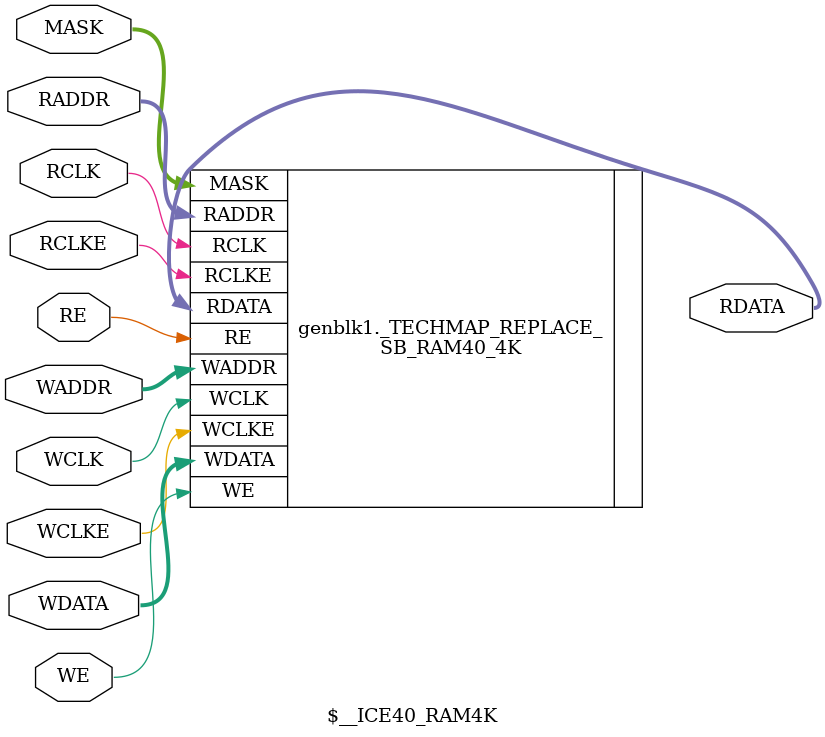
<source format=v>
module \$__ICE40_RAM4K (
	output [15:0] RDATA,
	input         RCLK, RCLKE, RE,
	input  [10:0] RADDR,
	input         WCLK, WCLKE, WE,
	input  [10:0] WADDR,
	input  [15:0] MASK, WDATA
);
	parameter [1:0] READ_MODE = 0;
	parameter [1:0] WRITE_MODE = 0;
	parameter [0:0] NEGCLK_R = 0;
	parameter [0:0] NEGCLK_W = 0;
	parameter [255:0] INIT_0 = 256'h0000000000000000000000000000000000000000000000000000000000000000;
	parameter [255:0] INIT_1 = 256'h0000000000000000000000000000000000000000000000000000000000000000;
	parameter [255:0] INIT_2 = 256'h0000000000000000000000000000000000000000000000000000000000000000;
	parameter [255:0] INIT_3 = 256'h0000000000000000000000000000000000000000000000000000000000000000;
	parameter [255:0] INIT_4 = 256'h0000000000000000000000000000000000000000000000000000000000000000;
	parameter [255:0] INIT_5 = 256'h0000000000000000000000000000000000000000000000000000000000000000;
	parameter [255:0] INIT_6 = 256'h0000000000000000000000000000000000000000000000000000000000000000;
	parameter [255:0] INIT_7 = 256'h0000000000000000000000000000000000000000000000000000000000000000;
	parameter [255:0] INIT_8 = 256'h0000000000000000000000000000000000000000000000000000000000000000;
	parameter [255:0] INIT_9 = 256'h0000000000000000000000000000000000000000000000000000000000000000;
	parameter [255:0] INIT_A = 256'h0000000000000000000000000000000000000000000000000000000000000000;
	parameter [255:0] INIT_B = 256'h0000000000000000000000000000000000000000000000000000000000000000;
	parameter [255:0] INIT_C = 256'h0000000000000000000000000000000000000000000000000000000000000000;
	parameter [255:0] INIT_D = 256'h0000000000000000000000000000000000000000000000000000000000000000;
	parameter [255:0] INIT_E = 256'h0000000000000000000000000000000000000000000000000000000000000000;
	parameter [255:0] INIT_F = 256'h0000000000000000000000000000000000000000000000000000000000000000;
	generate
		case ({NEGCLK_R, NEGCLK_W})
			2'b00:
				SB_RAM40_4K #(
					.READ_MODE(READ_MODE),
					.WRITE_MODE(WRITE_MODE),
					.INIT_0(INIT_0),
					.INIT_1(INIT_1),
					.INIT_2(INIT_2),
					.INIT_3(INIT_3),
					.INIT_4(INIT_4),
					.INIT_5(INIT_5),
					.INIT_6(INIT_6),
					.INIT_7(INIT_7),
					.INIT_8(INIT_8),
					.INIT_9(INIT_9),
					.INIT_A(INIT_A),
					.INIT_B(INIT_B),
					.INIT_C(INIT_C),
					.INIT_D(INIT_D),
					.INIT_E(INIT_E),
					.INIT_F(INIT_F)
				) _TECHMAP_REPLACE_ (
					.RDATA(RDATA),
					.RCLK (RCLK ),
					.RCLKE(RCLKE),
					.RE   (RE   ),
					.RADDR(RADDR),
					.WCLK (WCLK ),
					.WCLKE(WCLKE),
					.WE   (WE   ),
					.WADDR(WADDR),
					.MASK (MASK ),
					.WDATA(WDATA)
				);
			2'b01:
				SB_RAM40_4KNW #(
					.READ_MODE(READ_MODE),
					.WRITE_MODE(WRITE_MODE),
					.INIT_0(INIT_0),
					.INIT_1(INIT_1),
					.INIT_2(INIT_2),
					.INIT_3(INIT_3),
					.INIT_4(INIT_4),
					.INIT_5(INIT_5),
					.INIT_6(INIT_6),
					.INIT_7(INIT_7),
					.INIT_8(INIT_8),
					.INIT_9(INIT_9),
					.INIT_A(INIT_A),
					.INIT_B(INIT_B),
					.INIT_C(INIT_C),
					.INIT_D(INIT_D),
					.INIT_E(INIT_E),
					.INIT_F(INIT_F)
				) _TECHMAP_REPLACE_ (
					.RDATA(RDATA),
					.RCLK (RCLK ),
					.RCLKE(RCLKE),
					.RE   (RE   ),
					.RADDR(RADDR),
					.WCLKN(WCLK ),
					.WCLKE(WCLKE),
					.WE   (WE   ),
					.WADDR(WADDR),
					.MASK (MASK ),
					.WDATA(WDATA)
				);
			2'b10:
				SB_RAM40_4KNR #(
					.READ_MODE(READ_MODE),
					.WRITE_MODE(WRITE_MODE),
					.INIT_0(INIT_0),
					.INIT_1(INIT_1),
					.INIT_2(INIT_2),
					.INIT_3(INIT_3),
					.INIT_4(INIT_4),
					.INIT_5(INIT_5),
					.INIT_6(INIT_6),
					.INIT_7(INIT_7),
					.INIT_8(INIT_8),
					.INIT_9(INIT_9),
					.INIT_A(INIT_A),
					.INIT_B(INIT_B),
					.INIT_C(INIT_C),
					.INIT_D(INIT_D),
					.INIT_E(INIT_E),
					.INIT_F(INIT_F)
				) _TECHMAP_REPLACE_ (
					.RDATA(RDATA),
					.RCLKN(RCLK ),
					.RCLKE(RCLKE),
					.RE   (RE   ),
					.RADDR(RADDR),
					.WCLK (WCLK ),
					.WCLKE(WCLKE),
					.WE   (WE   ),
					.WADDR(WADDR),
					.MASK (MASK ),
					.WDATA(WDATA)
				);
			2'b11:
				SB_RAM40_4KNRNW #(
					.READ_MODE(READ_MODE),
					.WRITE_MODE(WRITE_MODE),
					.INIT_0(INIT_0),
					.INIT_1(INIT_1),
					.INIT_2(INIT_2),
					.INIT_3(INIT_3),
					.INIT_4(INIT_4),
					.INIT_5(INIT_5),
					.INIT_6(INIT_6),
					.INIT_7(INIT_7),
					.INIT_8(INIT_8),
					.INIT_9(INIT_9),
					.INIT_A(INIT_A),
					.INIT_B(INIT_B),
					.INIT_C(INIT_C),
					.INIT_D(INIT_D),
					.INIT_E(INIT_E),
					.INIT_F(INIT_F)
				) _TECHMAP_REPLACE_ (
					.RDATA(RDATA),
					.RCLKN(RCLK ),
					.RCLKE(RCLKE),
					.RE   (RE   ),
					.RADDR(RADDR),
					.WCLKN(WCLK ),
					.WCLKE(WCLKE),
					.WE   (WE   ),
					.WADDR(WADDR),
					.MASK (MASK ),
					.WDATA(WDATA)
				);
		endcase
	endgenerate
endmodule
</source>
